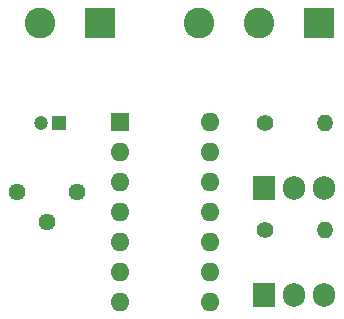
<source format=gbr>
%TF.GenerationSoftware,KiCad,Pcbnew,8.0.5*%
%TF.CreationDate,2024-12-29T01:36:02+03:00*%
%TF.ProjectId,DC to AC CD4047,44432074-6f20-4414-9320-434434303437,v01*%
%TF.SameCoordinates,Original*%
%TF.FileFunction,Soldermask,Bot*%
%TF.FilePolarity,Negative*%
%FSLAX46Y46*%
G04 Gerber Fmt 4.6, Leading zero omitted, Abs format (unit mm)*
G04 Created by KiCad (PCBNEW 8.0.5) date 2024-12-29 01:36:02*
%MOMM*%
%LPD*%
G01*
G04 APERTURE LIST*
%ADD10O,1.600000X1.600000*%
%ADD11R,1.600000X1.600000*%
%ADD12C,1.440000*%
%ADD13O,1.400000X1.400000*%
%ADD14C,1.400000*%
%ADD15O,1.905000X2.000000*%
%ADD16R,1.905000X2.000000*%
%ADD17R,2.600000X2.600000*%
%ADD18C,2.600000*%
%ADD19R,1.200000X1.200000*%
%ADD20C,1.200000*%
G04 APERTURE END LIST*
D10*
%TO.C,U1*%
X141320000Y-79875000D03*
X141320000Y-82415000D03*
X141320000Y-84955000D03*
X141320000Y-87495000D03*
X141320000Y-90035000D03*
X141320000Y-92575000D03*
X141320000Y-95115000D03*
X133700000Y-95115000D03*
X133700000Y-92575000D03*
X133700000Y-90035000D03*
X133700000Y-87495000D03*
X133700000Y-84955000D03*
X133700000Y-82415000D03*
D11*
X133700000Y-79875000D03*
%TD*%
D12*
%TO.C,RV1*%
X130025000Y-85775000D03*
X127485000Y-88315000D03*
X124945000Y-85775000D03*
%TD*%
D13*
%TO.C,R2*%
X151040000Y-80000000D03*
D14*
X145960000Y-80000000D03*
%TD*%
%TO.C,R1*%
X145960000Y-89000000D03*
D13*
X151040000Y-89000000D03*
%TD*%
D15*
%TO.C,Q2*%
X151000000Y-85500000D03*
X148460000Y-85500000D03*
D16*
X145920000Y-85500000D03*
%TD*%
%TO.C,Q1*%
X145920000Y-94500000D03*
D15*
X148460000Y-94500000D03*
X151000000Y-94500000D03*
%TD*%
D17*
%TO.C,DC IN*%
X132000000Y-71500000D03*
D18*
X126920000Y-71500000D03*
%TD*%
D17*
%TO.C,TRANSFO IN*%
X150500000Y-71500000D03*
D18*
X145420000Y-71500000D03*
X140340000Y-71500000D03*
%TD*%
D19*
%TO.C,C1*%
X128500000Y-80000000D03*
D20*
X127000000Y-80000000D03*
%TD*%
M02*

</source>
